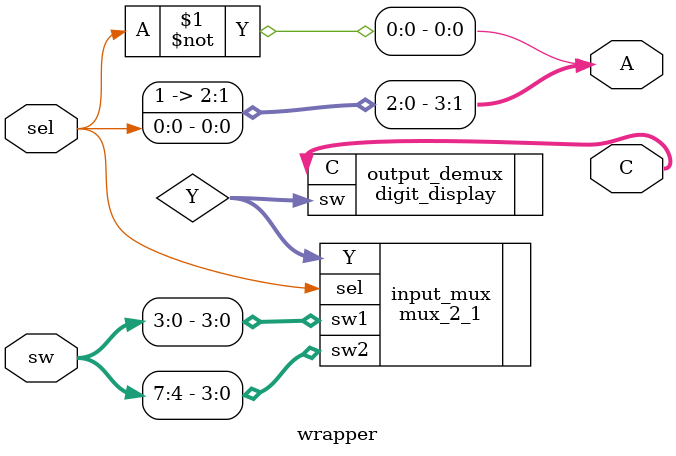
<source format=v>
`timescale 1ns / 1ps


module wrapper(

input [7:0]sw,
input sel,
output [6:0]C,
output [3:0]A

    );
    
    wire [3:0] Y;
    //mux
    mux_2_1 input_mux(
    
    .sw1(sw[3:0]),
    .sw2(sw[7:4]),
    .sel(sel),
    .Y(Y)
    
    );
    
    //demux
    digit_display output_demux(
    
    .sw(Y),
    .C(C)
    
    );
    
    //button
    assign A[0] = ~sel;
    assign A[1] = sel;
    assign A[2] = 1;
    assign A[3] = 1;
    
endmodule

</source>
